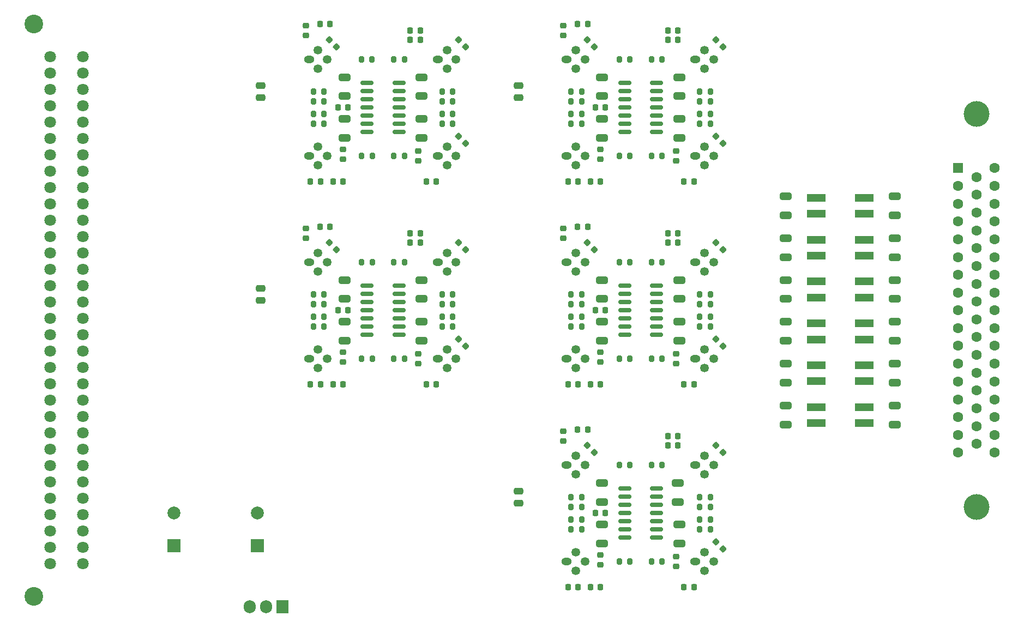
<source format=gbr>
%TF.GenerationSoftware,KiCad,Pcbnew,7.0.1*%
%TF.CreationDate,2023-05-26T22:56:06+02:00*%
%TF.ProjectId,main,6d61696e-2e6b-4696-9361-645f70636258,v1.0.1*%
%TF.SameCoordinates,Original*%
%TF.FileFunction,Soldermask,Bot*%
%TF.FilePolarity,Negative*%
%FSLAX46Y46*%
G04 Gerber Fmt 4.6, Leading zero omitted, Abs format (unit mm)*
G04 Created by KiCad (PCBNEW 7.0.1) date 2023-05-26 22:56:06*
%MOMM*%
%LPD*%
G01*
G04 APERTURE LIST*
G04 Aperture macros list*
%AMRoundRect*
0 Rectangle with rounded corners*
0 $1 Rounding radius*
0 $2 $3 $4 $5 $6 $7 $8 $9 X,Y pos of 4 corners*
0 Add a 4 corners polygon primitive as box body*
4,1,4,$2,$3,$4,$5,$6,$7,$8,$9,$2,$3,0*
0 Add four circle primitives for the rounded corners*
1,1,$1+$1,$2,$3*
1,1,$1+$1,$4,$5*
1,1,$1+$1,$6,$7*
1,1,$1+$1,$8,$9*
0 Add four rect primitives between the rounded corners*
20,1,$1+$1,$2,$3,$4,$5,0*
20,1,$1+$1,$4,$5,$6,$7,0*
20,1,$1+$1,$6,$7,$8,$9,0*
20,1,$1+$1,$8,$9,$2,$3,0*%
G04 Aperture macros list end*
%ADD10C,1.350000*%
%ADD11O,1.600000X1.200000*%
%ADD12C,2.900000*%
%ADD13C,1.800000*%
%ADD14R,1.905000X2.000000*%
%ADD15O,1.905000X2.000000*%
%ADD16C,4.000000*%
%ADD17R,1.600000X1.600000*%
%ADD18C,1.600000*%
%ADD19R,2.000000X2.000000*%
%ADD20C,2.000000*%
%ADD21RoundRect,0.225000X0.250000X-0.225000X0.250000X0.225000X-0.250000X0.225000X-0.250000X-0.225000X0*%
%ADD22R,2.850000X1.200000*%
%ADD23RoundRect,0.200000X0.200000X0.275000X-0.200000X0.275000X-0.200000X-0.275000X0.200000X-0.275000X0*%
%ADD24RoundRect,0.225000X-0.225000X-0.250000X0.225000X-0.250000X0.225000X0.250000X-0.225000X0.250000X0*%
%ADD25RoundRect,0.250000X0.650000X-0.325000X0.650000X0.325000X-0.650000X0.325000X-0.650000X-0.325000X0*%
%ADD26RoundRect,0.200000X-0.200000X-0.275000X0.200000X-0.275000X0.200000X0.275000X-0.200000X0.275000X0*%
%ADD27RoundRect,0.250000X-0.650000X0.325000X-0.650000X-0.325000X0.650000X-0.325000X0.650000X0.325000X0*%
%ADD28RoundRect,0.150000X-0.825000X-0.150000X0.825000X-0.150000X0.825000X0.150000X-0.825000X0.150000X0*%
%ADD29RoundRect,0.225000X0.225000X0.250000X-0.225000X0.250000X-0.225000X-0.250000X0.225000X-0.250000X0*%
%ADD30RoundRect,0.225000X0.335876X0.017678X0.017678X0.335876X-0.335876X-0.017678X-0.017678X-0.335876X0*%
%ADD31RoundRect,0.250000X0.475000X-0.250000X0.475000X0.250000X-0.475000X0.250000X-0.475000X-0.250000X0*%
G04 APERTURE END LIST*
D10*
%TO.C,U10*%
X101914214Y-116085786D03*
X103328428Y-117500000D03*
X101914214Y-118914214D03*
D11*
X100500000Y-117500000D03*
%TD*%
%TO.C,U13*%
X120500000Y-102500000D03*
D10*
X121914214Y-103914214D03*
X123328428Y-102500000D03*
X121914214Y-101085786D03*
%TD*%
D11*
%TO.C,U9*%
X100500000Y-102500000D03*
D10*
X101914214Y-103914214D03*
X103328428Y-102500000D03*
X101914214Y-101085786D03*
%TD*%
D11*
%TO.C,U5*%
X140500000Y-86000000D03*
D10*
X141914214Y-87414214D03*
X143328428Y-86000000D03*
X141914214Y-84585786D03*
%TD*%
D11*
%TO.C,U23*%
X80500000Y-71000000D03*
D10*
X81914214Y-72414214D03*
X83328428Y-71000000D03*
X81914214Y-69585786D03*
%TD*%
D11*
%TO.C,U4*%
X140500000Y-71000000D03*
D10*
X141914214Y-72414214D03*
X143328428Y-71000000D03*
X141914214Y-69585786D03*
%TD*%
D11*
%TO.C,U24*%
X100500000Y-71000000D03*
D10*
X101914214Y-72414214D03*
X103328428Y-71000000D03*
X101914214Y-69585786D03*
%TD*%
D11*
%TO.C,U20*%
X140500000Y-149000000D03*
D10*
X141914214Y-150414214D03*
X143328428Y-149000000D03*
X141914214Y-147585786D03*
%TD*%
D11*
%TO.C,U14*%
X140500000Y-102500000D03*
D10*
X141914214Y-103914214D03*
X143328428Y-102500000D03*
X141914214Y-101085786D03*
%TD*%
%TO.C,U18*%
X121914214Y-132585786D03*
X123328428Y-134000000D03*
X121914214Y-135414214D03*
D11*
X120500000Y-134000000D03*
%TD*%
D10*
%TO.C,U3*%
X121914214Y-69585786D03*
X123328428Y-71000000D03*
X121914214Y-72414214D03*
D11*
X120500000Y-71000000D03*
%TD*%
%TO.C,U19*%
X140500000Y-134000000D03*
D10*
X141914214Y-135414214D03*
X143328428Y-134000000D03*
X141914214Y-132585786D03*
%TD*%
D11*
%TO.C,U8*%
X80500000Y-102500000D03*
D10*
X81914214Y-103914214D03*
X83328428Y-102500000D03*
X81914214Y-101085786D03*
%TD*%
D11*
%TO.C,U7*%
X80500000Y-117500000D03*
D10*
X81914214Y-118914214D03*
X83328428Y-117500000D03*
X81914214Y-116085786D03*
%TD*%
D12*
%TO.C,J1*%
X37760000Y-154450000D03*
X37760000Y-65550000D03*
D13*
X40300000Y-149370000D03*
X40300000Y-146830000D03*
X40300000Y-144290000D03*
X40300000Y-141750000D03*
X40300000Y-139210000D03*
X40300000Y-136670000D03*
X40300000Y-134130000D03*
X40300000Y-131590000D03*
X40300000Y-129050000D03*
X40300000Y-126510000D03*
X40300000Y-123970000D03*
X40300000Y-121430000D03*
X40300000Y-118890000D03*
X40300000Y-116350000D03*
X40300000Y-113810000D03*
X40300000Y-111270000D03*
X40300000Y-108730000D03*
X40300000Y-106190000D03*
X40300000Y-103650000D03*
X40300000Y-101110000D03*
X40300000Y-98570000D03*
X40300000Y-96030000D03*
X40300000Y-93490000D03*
X40300000Y-90950000D03*
X40300000Y-88410000D03*
X40300000Y-85870000D03*
X40300000Y-83330000D03*
X40300000Y-80790000D03*
X40300000Y-78250000D03*
X40300000Y-75710000D03*
X40300000Y-73170000D03*
X40300000Y-70630000D03*
X45380000Y-149370000D03*
X45380000Y-146830000D03*
X45380000Y-144290000D03*
X45380000Y-141750000D03*
X45380000Y-139210000D03*
X45380000Y-136670000D03*
X45380000Y-134130000D03*
X45380000Y-131590000D03*
X45380000Y-129050000D03*
X45380000Y-126510000D03*
X45380000Y-123970000D03*
X45380000Y-121430000D03*
X45380000Y-118890000D03*
X45380000Y-116350000D03*
X45380000Y-113810000D03*
X45380000Y-111270000D03*
X45380000Y-108730000D03*
X45380000Y-106190000D03*
X45380000Y-103650000D03*
X45380000Y-101110000D03*
X45380000Y-98570000D03*
X45380000Y-96030000D03*
X45380000Y-93490000D03*
X45380000Y-90950000D03*
X45380000Y-88410000D03*
X45380000Y-85870000D03*
X45380000Y-83330000D03*
X45380000Y-80790000D03*
X45380000Y-78250000D03*
X45380000Y-75710000D03*
X45380000Y-73170000D03*
X45380000Y-70630000D03*
%TD*%
D14*
%TO.C,U26*%
X76400000Y-156000000D03*
D15*
X73860000Y-156000000D03*
X71320000Y-156000000D03*
%TD*%
D10*
%TO.C,U22*%
X81914214Y-84585786D03*
X83328428Y-86000000D03*
X81914214Y-87414214D03*
D11*
X80500000Y-86000000D03*
%TD*%
%TO.C,U15*%
X140500000Y-117500000D03*
D10*
X141914214Y-118914214D03*
X143328428Y-117500000D03*
X141914214Y-116085786D03*
%TD*%
%TO.C,U12*%
X121914214Y-116085786D03*
X123328428Y-117500000D03*
X121914214Y-118914214D03*
D11*
X120500000Y-117500000D03*
%TD*%
D16*
%TO.C,J2*%
X184140000Y-79445000D03*
X184140000Y-140555000D03*
D17*
X181300000Y-87900000D03*
D18*
X181300000Y-90670000D03*
X181300000Y-93440000D03*
X181300000Y-96180000D03*
X181300000Y-98950000D03*
X181300000Y-101720000D03*
X181300000Y-104460000D03*
X181300000Y-107230000D03*
X181300000Y-110000000D03*
X181300000Y-112740000D03*
X181300000Y-115490000D03*
X181300000Y-118280000D03*
X181300000Y-121050000D03*
X181300000Y-123820000D03*
X181300000Y-126560000D03*
X181300000Y-129330000D03*
X181300000Y-132100000D03*
X184140000Y-89300000D03*
X184140000Y-92040000D03*
X184140000Y-94810000D03*
X184140000Y-97580000D03*
X184140000Y-100320000D03*
X184140000Y-103090000D03*
X184140000Y-105860000D03*
X184140000Y-108600000D03*
X184140000Y-111400000D03*
X184140000Y-114110000D03*
X184140000Y-116910000D03*
X184140000Y-119680000D03*
X184140000Y-122420000D03*
X184140000Y-125190000D03*
X184140000Y-127960000D03*
X184140000Y-130700000D03*
X186980000Y-87900000D03*
X186980000Y-90670000D03*
X186980000Y-93440000D03*
X186980000Y-96180000D03*
X186980000Y-98950000D03*
X186980000Y-101720000D03*
X186980000Y-104460000D03*
X186980000Y-107230000D03*
X186980000Y-110000000D03*
X186980000Y-112740000D03*
X186980000Y-115490000D03*
X186980000Y-118280000D03*
X186980000Y-121050000D03*
X186980000Y-123820000D03*
X186980000Y-126560000D03*
X186980000Y-129330000D03*
X186980000Y-132100000D03*
%TD*%
D10*
%TO.C,U25*%
X101914214Y-84585786D03*
X103328428Y-86000000D03*
X101914214Y-87414214D03*
D11*
X100500000Y-86000000D03*
%TD*%
%TO.C,U17*%
X120500000Y-149000000D03*
D10*
X121914214Y-150414214D03*
X123328428Y-149000000D03*
X121914214Y-147585786D03*
%TD*%
D19*
%TO.C,C106*%
X59500000Y-146500000D03*
D20*
X59500000Y-141500000D03*
%TD*%
D11*
%TO.C,U2*%
X120500000Y-86000000D03*
D10*
X121914214Y-87414214D03*
X123328428Y-86000000D03*
X121914214Y-84585786D03*
%TD*%
D19*
%TO.C,C107*%
X72500000Y-146500000D03*
D20*
X72500000Y-141500000D03*
%TD*%
D21*
%TO.C,C18*%
X137500000Y-86775000D03*
X137500000Y-85225000D03*
%TD*%
D22*
%TO.C,L15*%
X159275000Y-127500000D03*
X166725000Y-127500000D03*
X159275000Y-125000000D03*
X166725000Y-125000000D03*
%TD*%
D23*
%TO.C,R95*%
X102825000Y-77500000D03*
X101175000Y-77500000D03*
%TD*%
D24*
%TO.C,R62*%
X120725000Y-153000000D03*
X122275000Y-153000000D03*
%TD*%
D22*
%TO.C,L19*%
X159275000Y-95000000D03*
X166725000Y-95000000D03*
X159275000Y-92500000D03*
X166725000Y-92500000D03*
%TD*%
D25*
%TO.C,C58*%
X171500000Y-121225000D03*
X171500000Y-118275000D03*
%TD*%
D26*
%TO.C,R85*%
X81175000Y-79500000D03*
X82825000Y-79500000D03*
%TD*%
%TO.C,R5*%
X121175000Y-79500000D03*
X122825000Y-79500000D03*
%TD*%
D27*
%TO.C,C9*%
X126000000Y-73775000D03*
X126000000Y-76725000D03*
%TD*%
D28*
%TO.C,U21*%
X89525000Y-82310000D03*
X89525000Y-81040000D03*
X89525000Y-79770000D03*
X89525000Y-78500000D03*
X89525000Y-77230000D03*
X89525000Y-75960000D03*
X89525000Y-74690000D03*
X94475000Y-74690000D03*
X94475000Y-75960000D03*
X94475000Y-77230000D03*
X94475000Y-78500000D03*
X94475000Y-79770000D03*
X94475000Y-81040000D03*
X94475000Y-82310000D03*
%TD*%
D23*
%TO.C,R8*%
X130325000Y-71000000D03*
X128675000Y-71000000D03*
%TD*%
D29*
%TO.C,R57*%
X140275000Y-121500000D03*
X138725000Y-121500000D03*
%TD*%
D30*
%TO.C,C23*%
X104798008Y-100548008D03*
X103701992Y-99451992D03*
%TD*%
D23*
%TO.C,R99*%
X102825000Y-81000000D03*
X101175000Y-81000000D03*
%TD*%
D29*
%TO.C,R37*%
X100275000Y-121500000D03*
X98725000Y-121500000D03*
%TD*%
D25*
%TO.C,C19*%
X138000000Y-83225000D03*
X138000000Y-80275000D03*
%TD*%
D23*
%TO.C,R23*%
X90325000Y-117500000D03*
X88675000Y-117500000D03*
%TD*%
%TO.C,R88*%
X90295000Y-71000000D03*
X88645000Y-71000000D03*
%TD*%
D24*
%TO.C,C8*%
X122225000Y-65500000D03*
X123775000Y-65500000D03*
%TD*%
%TO.C,R42*%
X120725000Y-121500000D03*
X122275000Y-121500000D03*
%TD*%
D26*
%TO.C,R29*%
X81175000Y-107500000D03*
X82825000Y-107500000D03*
%TD*%
D24*
%TO.C,R82*%
X80725000Y-90000000D03*
X82275000Y-90000000D03*
%TD*%
D23*
%TO.C,R39*%
X102825000Y-112500000D03*
X101175000Y-112500000D03*
%TD*%
D26*
%TO.C,R90*%
X81175000Y-77500000D03*
X82825000Y-77500000D03*
%TD*%
D30*
%TO.C,C12*%
X144798008Y-69048008D03*
X143701992Y-67951992D03*
%TD*%
D26*
%TO.C,R30*%
X81175000Y-109000000D03*
X82825000Y-109000000D03*
%TD*%
D22*
%TO.C,L10*%
X159275000Y-114500000D03*
X166725000Y-114500000D03*
X159275000Y-112000000D03*
X166725000Y-112000000D03*
%TD*%
D30*
%TO.C,C101*%
X84798008Y-69048008D03*
X83701992Y-67951992D03*
%TD*%
D29*
%TO.C,C1*%
X126525000Y-78500000D03*
X124975000Y-78500000D03*
%TD*%
D26*
%TO.C,R18*%
X133675000Y-86000000D03*
X135325000Y-86000000D03*
%TD*%
D25*
%TO.C,C100*%
X171500000Y-95225000D03*
X171500000Y-92275000D03*
%TD*%
D24*
%TO.C,C29*%
X82225000Y-97000000D03*
X83775000Y-97000000D03*
%TD*%
D30*
%TO.C,C80*%
X124798008Y-132048008D03*
X123701992Y-130951992D03*
%TD*%
D26*
%TO.C,R65*%
X121175000Y-142500000D03*
X122825000Y-142500000D03*
%TD*%
D30*
%TO.C,C49*%
X144798008Y-115548008D03*
X143701992Y-114451992D03*
%TD*%
%TO.C,C38*%
X84798008Y-100548008D03*
X83701992Y-99451992D03*
%TD*%
D28*
%TO.C,U16*%
X129525000Y-145310000D03*
X129525000Y-144040000D03*
X129525000Y-142770000D03*
X129525000Y-141500000D03*
X129525000Y-140230000D03*
X129525000Y-138960000D03*
X129525000Y-137690000D03*
X134475000Y-137690000D03*
X134475000Y-138960000D03*
X134475000Y-140230000D03*
X134475000Y-141500000D03*
X134475000Y-142770000D03*
X134475000Y-144040000D03*
X134475000Y-145310000D03*
%TD*%
D24*
%TO.C,C50*%
X122225000Y-97000000D03*
X123775000Y-97000000D03*
%TD*%
D21*
%TO.C,R27*%
X80000000Y-98775000D03*
X80000000Y-97225000D03*
%TD*%
D26*
%TO.C,R93*%
X93675000Y-71000000D03*
X95325000Y-71000000D03*
%TD*%
D21*
%TO.C,R87*%
X80000000Y-67275000D03*
X80000000Y-65725000D03*
%TD*%
D31*
%TO.C,R6*%
X113000000Y-76950000D03*
X113000000Y-75050000D03*
%TD*%
D27*
%TO.C,C72*%
X126000000Y-136775000D03*
X126000000Y-139725000D03*
%TD*%
%TO.C,C93*%
X86000000Y-73775000D03*
X86000000Y-76725000D03*
%TD*%
D24*
%TO.C,C92*%
X82225000Y-65500000D03*
X83775000Y-65500000D03*
%TD*%
D30*
%TO.C,C28*%
X104798008Y-115548008D03*
X103701992Y-114451992D03*
%TD*%
D25*
%TO.C,C46*%
X126000000Y-114725000D03*
X126000000Y-111775000D03*
%TD*%
%TO.C,C78*%
X154500000Y-127725000D03*
X154500000Y-124775000D03*
%TD*%
D24*
%TO.C,C13*%
X136225000Y-66500000D03*
X137775000Y-66500000D03*
%TD*%
D25*
%TO.C,C99*%
X154500000Y-95225000D03*
X154500000Y-92275000D03*
%TD*%
D23*
%TO.C,R75*%
X142825000Y-140500000D03*
X141175000Y-140500000D03*
%TD*%
D24*
%TO.C,C55*%
X136225000Y-98000000D03*
X137775000Y-98000000D03*
%TD*%
%TO.C,C66*%
X124225000Y-153000000D03*
X125775000Y-153000000D03*
%TD*%
D23*
%TO.C,R83*%
X90325000Y-86000000D03*
X88675000Y-86000000D03*
%TD*%
D25*
%TO.C,C82*%
X138000000Y-146225000D03*
X138000000Y-143275000D03*
%TD*%
D29*
%TO.C,C43*%
X126525000Y-110000000D03*
X124975000Y-110000000D03*
%TD*%
%TO.C,R12*%
X137775000Y-68000000D03*
X136225000Y-68000000D03*
%TD*%
D24*
%TO.C,C34*%
X96225000Y-98000000D03*
X97775000Y-98000000D03*
%TD*%
D26*
%TO.C,R4*%
X121175000Y-81000000D03*
X122825000Y-81000000D03*
%TD*%
%TO.C,R69*%
X121175000Y-139000000D03*
X122825000Y-139000000D03*
%TD*%
D24*
%TO.C,C71*%
X122225000Y-128500000D03*
X123775000Y-128500000D03*
%TD*%
D21*
%TO.C,C2*%
X125750000Y-86525000D03*
X125750000Y-84975000D03*
%TD*%
D29*
%TO.C,R32*%
X97775000Y-99500000D03*
X96225000Y-99500000D03*
%TD*%
D22*
%TO.C,L7*%
X159275000Y-108000000D03*
X166725000Y-108000000D03*
X159275000Y-105500000D03*
X166725000Y-105500000D03*
%TD*%
D24*
%TO.C,C76*%
X136225000Y-129500000D03*
X137775000Y-129500000D03*
%TD*%
D23*
%TO.C,R34*%
X102825000Y-107500000D03*
X101175000Y-107500000D03*
%TD*%
D26*
%TO.C,R49*%
X121175000Y-107500000D03*
X122825000Y-107500000D03*
%TD*%
%TO.C,R24*%
X81175000Y-112500000D03*
X82825000Y-112500000D03*
%TD*%
D23*
%TO.C,R60*%
X142825000Y-111000000D03*
X141175000Y-111000000D03*
%TD*%
D24*
%TO.C,R22*%
X80725000Y-121500000D03*
X82275000Y-121500000D03*
%TD*%
D23*
%TO.C,R19*%
X142825000Y-81000000D03*
X141175000Y-81000000D03*
%TD*%
D21*
%TO.C,C81*%
X137500000Y-149775000D03*
X137500000Y-148225000D03*
%TD*%
%TO.C,R47*%
X120000000Y-98775000D03*
X120000000Y-97225000D03*
%TD*%
D25*
%TO.C,C25*%
X86000000Y-114725000D03*
X86000000Y-111775000D03*
%TD*%
D26*
%TO.C,R89*%
X81175000Y-76000000D03*
X82825000Y-76000000D03*
%TD*%
D23*
%TO.C,R20*%
X142825000Y-79500000D03*
X141175000Y-79500000D03*
%TD*%
D27*
%TO.C,C14*%
X138000000Y-73775000D03*
X138000000Y-76725000D03*
%TD*%
D26*
%TO.C,R84*%
X81175000Y-81000000D03*
X82825000Y-81000000D03*
%TD*%
D29*
%TO.C,R72*%
X137775000Y-131000000D03*
X136225000Y-131000000D03*
%TD*%
D23*
%TO.C,R63*%
X130325000Y-149000000D03*
X128675000Y-149000000D03*
%TD*%
D27*
%TO.C,C98*%
X98000000Y-73775000D03*
X98000000Y-76725000D03*
%TD*%
D25*
%TO.C,C15*%
X154500000Y-101725000D03*
X154500000Y-98775000D03*
%TD*%
D24*
%TO.C,R2*%
X120725000Y-90000000D03*
X122275000Y-90000000D03*
%TD*%
D25*
%TO.C,C52*%
X154500000Y-114725000D03*
X154500000Y-111775000D03*
%TD*%
D24*
%TO.C,C97*%
X96225000Y-66500000D03*
X97775000Y-66500000D03*
%TD*%
D26*
%TO.C,R98*%
X93675000Y-86000000D03*
X95325000Y-86000000D03*
%TD*%
D31*
%TO.C,R66*%
X113000000Y-139950000D03*
X113000000Y-138050000D03*
%TD*%
D24*
%TO.C,C45*%
X124225000Y-121500000D03*
X125775000Y-121500000D03*
%TD*%
D21*
%TO.C,C54*%
X125750000Y-118025000D03*
X125750000Y-116475000D03*
%TD*%
D25*
%TO.C,C53*%
X171500000Y-114725000D03*
X171500000Y-111775000D03*
%TD*%
%TO.C,C88*%
X86000000Y-83225000D03*
X86000000Y-80275000D03*
%TD*%
%TO.C,C36*%
X154500000Y-108225000D03*
X154500000Y-105275000D03*
%TD*%
D23*
%TO.C,R43*%
X130325000Y-117500000D03*
X128675000Y-117500000D03*
%TD*%
D29*
%TO.C,C22*%
X86525000Y-110000000D03*
X84975000Y-110000000D03*
%TD*%
D21*
%TO.C,R7*%
X120000000Y-67275000D03*
X120000000Y-65725000D03*
%TD*%
D30*
%TO.C,C7*%
X124798008Y-69048008D03*
X123701992Y-67951992D03*
%TD*%
D25*
%TO.C,C67*%
X126000000Y-146225000D03*
X126000000Y-143275000D03*
%TD*%
D27*
%TO.C,C51*%
X126000000Y-105275000D03*
X126000000Y-108225000D03*
%TD*%
D23*
%TO.C,R3*%
X130325000Y-86000000D03*
X128675000Y-86000000D03*
%TD*%
%TO.C,R100*%
X102825000Y-79500000D03*
X101175000Y-79500000D03*
%TD*%
D26*
%TO.C,R58*%
X133675000Y-117500000D03*
X135325000Y-117500000D03*
%TD*%
D27*
%TO.C,C56*%
X138000000Y-105275000D03*
X138000000Y-108225000D03*
%TD*%
D23*
%TO.C,R55*%
X142825000Y-109000000D03*
X141175000Y-109000000D03*
%TD*%
D30*
%TO.C,C91*%
X104798008Y-84048008D03*
X103701992Y-82951992D03*
%TD*%
D29*
%TO.C,R92*%
X97775000Y-68000000D03*
X96225000Y-68000000D03*
%TD*%
D21*
%TO.C,R67*%
X120000000Y-130275000D03*
X120000000Y-128725000D03*
%TD*%
D26*
%TO.C,R64*%
X121175000Y-144000000D03*
X122825000Y-144000000D03*
%TD*%
D29*
%TO.C,R77*%
X140275000Y-153000000D03*
X138725000Y-153000000D03*
%TD*%
D27*
%TO.C,C35*%
X98000000Y-105275000D03*
X98000000Y-108225000D03*
%TD*%
D30*
%TO.C,C65*%
X144798008Y-132048008D03*
X143701992Y-130951992D03*
%TD*%
D23*
%TO.C,R54*%
X142825000Y-107500000D03*
X141175000Y-107500000D03*
%TD*%
D29*
%TO.C,C64*%
X126525000Y-141500000D03*
X124975000Y-141500000D03*
%TD*%
D21*
%TO.C,C33*%
X85750000Y-118025000D03*
X85750000Y-116475000D03*
%TD*%
D26*
%TO.C,R45*%
X121175000Y-111000000D03*
X122825000Y-111000000D03*
%TD*%
D23*
%TO.C,R40*%
X102825000Y-111000000D03*
X101175000Y-111000000D03*
%TD*%
D22*
%TO.C,L3*%
X159275000Y-101500000D03*
X166725000Y-101500000D03*
X159275000Y-99000000D03*
X166725000Y-99000000D03*
%TD*%
D25*
%TO.C,C57*%
X154500000Y-121225000D03*
X154500000Y-118275000D03*
%TD*%
D26*
%TO.C,R73*%
X133675000Y-134000000D03*
X135325000Y-134000000D03*
%TD*%
%TO.C,R9*%
X121175000Y-76000000D03*
X122825000Y-76000000D03*
%TD*%
%TO.C,R33*%
X93675000Y-102500000D03*
X95325000Y-102500000D03*
%TD*%
D25*
%TO.C,C103*%
X98000000Y-83225000D03*
X98000000Y-80275000D03*
%TD*%
D27*
%TO.C,C30*%
X86000000Y-105275000D03*
X86000000Y-108225000D03*
%TD*%
D26*
%TO.C,R25*%
X81175000Y-111000000D03*
X82825000Y-111000000D03*
%TD*%
D21*
%TO.C,C102*%
X97500000Y-86775000D03*
X97500000Y-85225000D03*
%TD*%
%TO.C,C39*%
X97500000Y-118275000D03*
X97500000Y-116725000D03*
%TD*%
%TO.C,C96*%
X85750000Y-86525000D03*
X85750000Y-84975000D03*
%TD*%
D22*
%TO.C,L11*%
X159275000Y-121000000D03*
X166725000Y-121000000D03*
X159275000Y-118500000D03*
X166725000Y-118500000D03*
%TD*%
D25*
%TO.C,C16*%
X171500000Y-101725000D03*
X171500000Y-98775000D03*
%TD*%
D21*
%TO.C,C75*%
X125750000Y-149525000D03*
X125750000Y-147975000D03*
%TD*%
D30*
%TO.C,C70*%
X144798008Y-147048008D03*
X143701992Y-145951992D03*
%TD*%
D29*
%TO.C,C85*%
X86525000Y-78500000D03*
X84975000Y-78500000D03*
%TD*%
D25*
%TO.C,C61*%
X138000000Y-114725000D03*
X138000000Y-111775000D03*
%TD*%
D23*
%TO.C,R28*%
X90325000Y-102500000D03*
X88675000Y-102500000D03*
%TD*%
D31*
%TO.C,R86*%
X73000000Y-76950000D03*
X73000000Y-75050000D03*
%TD*%
D30*
%TO.C,C86*%
X104798008Y-69048008D03*
X103701992Y-67951992D03*
%TD*%
D23*
%TO.C,R35*%
X102825000Y-109000000D03*
X101175000Y-109000000D03*
%TD*%
D26*
%TO.C,R44*%
X121175000Y-112500000D03*
X122825000Y-112500000D03*
%TD*%
%TO.C,R50*%
X121175000Y-109000000D03*
X122825000Y-109000000D03*
%TD*%
%TO.C,R13*%
X133675000Y-71000000D03*
X135325000Y-71000000D03*
%TD*%
D31*
%TO.C,R26*%
X73000000Y-108450000D03*
X73000000Y-106550000D03*
%TD*%
D23*
%TO.C,R80*%
X142825000Y-142500000D03*
X141175000Y-142500000D03*
%TD*%
%TO.C,R79*%
X142825000Y-144000000D03*
X141175000Y-144000000D03*
%TD*%
%TO.C,R68*%
X130325000Y-134000000D03*
X128675000Y-134000000D03*
%TD*%
D25*
%TO.C,C79*%
X171500000Y-127725000D03*
X171500000Y-124775000D03*
%TD*%
%TO.C,C37*%
X171500000Y-108225000D03*
X171500000Y-105275000D03*
%TD*%
D24*
%TO.C,C87*%
X84225000Y-90000000D03*
X85775000Y-90000000D03*
%TD*%
D29*
%TO.C,R97*%
X100275000Y-90000000D03*
X98725000Y-90000000D03*
%TD*%
D24*
%TO.C,C24*%
X84225000Y-121500000D03*
X85775000Y-121500000D03*
%TD*%
D21*
%TO.C,C60*%
X137500000Y-118275000D03*
X137500000Y-116725000D03*
%TD*%
D28*
%TO.C,U1*%
X129525000Y-82310000D03*
X129525000Y-81040000D03*
X129525000Y-79770000D03*
X129525000Y-78500000D03*
X129525000Y-77230000D03*
X129525000Y-75960000D03*
X129525000Y-74690000D03*
X134475000Y-74690000D03*
X134475000Y-75960000D03*
X134475000Y-77230000D03*
X134475000Y-78500000D03*
X134475000Y-79770000D03*
X134475000Y-81040000D03*
X134475000Y-82310000D03*
%TD*%
D30*
%TO.C,C59*%
X124798008Y-100548008D03*
X123701992Y-99451992D03*
%TD*%
D24*
%TO.C,C3*%
X124225000Y-90000000D03*
X125775000Y-90000000D03*
%TD*%
D26*
%TO.C,R10*%
X121175000Y-77500000D03*
X122825000Y-77500000D03*
%TD*%
D29*
%TO.C,R52*%
X137775000Y-99500000D03*
X136225000Y-99500000D03*
%TD*%
D30*
%TO.C,C44*%
X144798008Y-100548008D03*
X143701992Y-99451992D03*
%TD*%
D23*
%TO.C,R94*%
X102825000Y-76000000D03*
X101175000Y-76000000D03*
%TD*%
D25*
%TO.C,C40*%
X98000000Y-114725000D03*
X98000000Y-111775000D03*
%TD*%
D27*
%TO.C,C77*%
X137750000Y-136775000D03*
X137750000Y-139725000D03*
%TD*%
D23*
%TO.C,R74*%
X142825000Y-139000000D03*
X141175000Y-139000000D03*
%TD*%
D29*
%TO.C,R17*%
X140275000Y-90000000D03*
X138725000Y-90000000D03*
%TD*%
D23*
%TO.C,R15*%
X142825000Y-77500000D03*
X141175000Y-77500000D03*
%TD*%
%TO.C,R14*%
X142825000Y-76000000D03*
X141175000Y-76000000D03*
%TD*%
D28*
%TO.C,U6*%
X89525000Y-113810000D03*
X89525000Y-112540000D03*
X89525000Y-111270000D03*
X89525000Y-110000000D03*
X89525000Y-108730000D03*
X89525000Y-107460000D03*
X89525000Y-106190000D03*
X94475000Y-106190000D03*
X94475000Y-107460000D03*
X94475000Y-108730000D03*
X94475000Y-110000000D03*
X94475000Y-111270000D03*
X94475000Y-112540000D03*
X94475000Y-113810000D03*
%TD*%
D23*
%TO.C,R59*%
X142825000Y-112500000D03*
X141175000Y-112500000D03*
%TD*%
D26*
%TO.C,R53*%
X133675000Y-102500000D03*
X135325000Y-102500000D03*
%TD*%
%TO.C,R70*%
X121175000Y-140500000D03*
X122825000Y-140500000D03*
%TD*%
%TO.C,R38*%
X93675000Y-117500000D03*
X95325000Y-117500000D03*
%TD*%
D28*
%TO.C,U11*%
X129525000Y-113810000D03*
X129525000Y-112540000D03*
X129525000Y-111270000D03*
X129525000Y-110000000D03*
X129525000Y-108730000D03*
X129525000Y-107460000D03*
X129525000Y-106190000D03*
X134475000Y-106190000D03*
X134475000Y-107460000D03*
X134475000Y-108730000D03*
X134475000Y-110000000D03*
X134475000Y-111270000D03*
X134475000Y-112540000D03*
X134475000Y-113810000D03*
%TD*%
D26*
%TO.C,R78*%
X133675000Y-149000000D03*
X135325000Y-149000000D03*
%TD*%
D30*
%TO.C,C17*%
X144798008Y-84048008D03*
X143701992Y-82951992D03*
%TD*%
D23*
%TO.C,R48*%
X130325000Y-102500000D03*
X128675000Y-102500000D03*
%TD*%
D25*
%TO.C,C4*%
X126000000Y-83225000D03*
X126000000Y-80275000D03*
%TD*%
M02*

</source>
